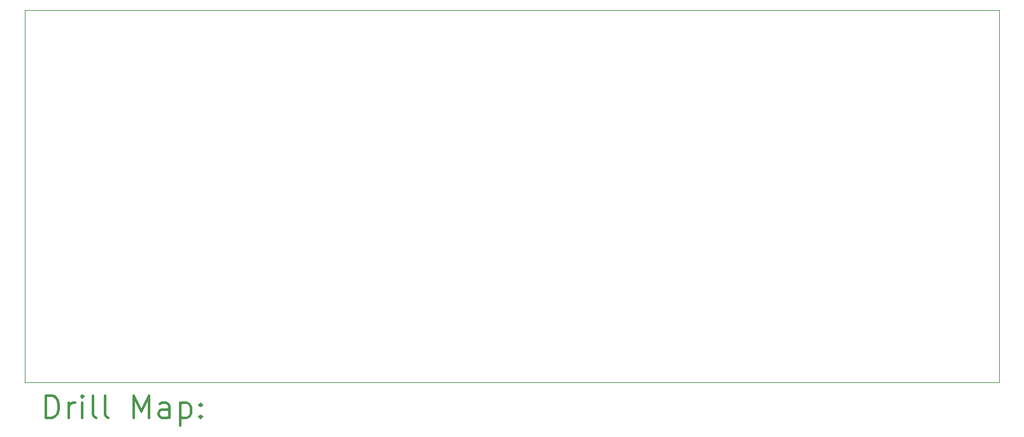
<source format=gbr>
%FSLAX45Y45*%
G04 Gerber Fmt 4.5, Leading zero omitted, Abs format (unit mm)*
G04 Created by KiCad (PCBNEW 5.0.0-rc2-unknown-da66005~65~ubuntu16.04.1) date Mon May 28 11:28:47 2018*
%MOMM*%
%LPD*%
G01*
G04 APERTURE LIST*
%ADD10C,0.100000*%
%ADD11C,0.200000*%
%ADD12C,0.300000*%
G04 APERTURE END LIST*
D10*
X10160000Y-7493000D02*
X10160000Y-12446000D01*
X23114000Y-7493000D02*
X10160000Y-7493000D01*
X23114000Y-12446000D02*
X23114000Y-7493000D01*
X10160000Y-12446000D02*
X23114000Y-12446000D01*
D11*
D12*
X10441428Y-12916714D02*
X10441428Y-12616714D01*
X10512857Y-12616714D01*
X10555714Y-12631000D01*
X10584286Y-12659571D01*
X10598571Y-12688143D01*
X10612857Y-12745286D01*
X10612857Y-12788143D01*
X10598571Y-12845286D01*
X10584286Y-12873857D01*
X10555714Y-12902429D01*
X10512857Y-12916714D01*
X10441428Y-12916714D01*
X10741428Y-12916714D02*
X10741428Y-12716714D01*
X10741428Y-12773857D02*
X10755714Y-12745286D01*
X10770000Y-12731000D01*
X10798571Y-12716714D01*
X10827143Y-12716714D01*
X10927143Y-12916714D02*
X10927143Y-12716714D01*
X10927143Y-12616714D02*
X10912857Y-12631000D01*
X10927143Y-12645286D01*
X10941428Y-12631000D01*
X10927143Y-12616714D01*
X10927143Y-12645286D01*
X11112857Y-12916714D02*
X11084286Y-12902429D01*
X11070000Y-12873857D01*
X11070000Y-12616714D01*
X11270000Y-12916714D02*
X11241428Y-12902429D01*
X11227143Y-12873857D01*
X11227143Y-12616714D01*
X11612857Y-12916714D02*
X11612857Y-12616714D01*
X11712857Y-12831000D01*
X11812857Y-12616714D01*
X11812857Y-12916714D01*
X12084286Y-12916714D02*
X12084286Y-12759571D01*
X12070000Y-12731000D01*
X12041428Y-12716714D01*
X11984286Y-12716714D01*
X11955714Y-12731000D01*
X12084286Y-12902429D02*
X12055714Y-12916714D01*
X11984286Y-12916714D01*
X11955714Y-12902429D01*
X11941428Y-12873857D01*
X11941428Y-12845286D01*
X11955714Y-12816714D01*
X11984286Y-12802429D01*
X12055714Y-12802429D01*
X12084286Y-12788143D01*
X12227143Y-12716714D02*
X12227143Y-13016714D01*
X12227143Y-12731000D02*
X12255714Y-12716714D01*
X12312857Y-12716714D01*
X12341428Y-12731000D01*
X12355714Y-12745286D01*
X12370000Y-12773857D01*
X12370000Y-12859571D01*
X12355714Y-12888143D01*
X12341428Y-12902429D01*
X12312857Y-12916714D01*
X12255714Y-12916714D01*
X12227143Y-12902429D01*
X12498571Y-12888143D02*
X12512857Y-12902429D01*
X12498571Y-12916714D01*
X12484286Y-12902429D01*
X12498571Y-12888143D01*
X12498571Y-12916714D01*
X12498571Y-12731000D02*
X12512857Y-12745286D01*
X12498571Y-12759571D01*
X12484286Y-12745286D01*
X12498571Y-12731000D01*
X12498571Y-12759571D01*
M02*

</source>
